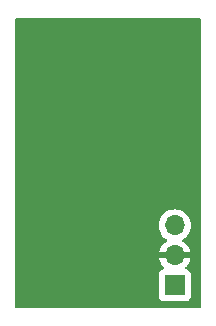
<source format=gbr>
%TF.GenerationSoftware,KiCad,Pcbnew,8.0.4*%
%TF.CreationDate,2024-12-02T13:52:29-05:00*%
%TF.ProjectId,13vconvertertest,31337663-6f6e-4766-9572-746572746573,rev?*%
%TF.SameCoordinates,Original*%
%TF.FileFunction,Copper,L2,Bot*%
%TF.FilePolarity,Positive*%
%FSLAX46Y46*%
G04 Gerber Fmt 4.6, Leading zero omitted, Abs format (unit mm)*
G04 Created by KiCad (PCBNEW 8.0.4) date 2024-12-02 13:52:29*
%MOMM*%
%LPD*%
G01*
G04 APERTURE LIST*
%TA.AperFunction,ComponentPad*%
%ADD10R,1.700000X1.700000*%
%TD*%
%TA.AperFunction,ComponentPad*%
%ADD11O,1.700000X1.700000*%
%TD*%
G04 APERTURE END LIST*
D10*
%TO.P,J1,1,Pin_1*%
%TO.N,+13V*%
X96620000Y-47005000D03*
D11*
%TO.P,J1,2,Pin_2*%
%TO.N,GND*%
X96620000Y-44465000D03*
%TO.P,J1,3,Pin_3*%
%TO.N,+3.3V*%
X96620000Y-41925000D03*
%TD*%
%TA.AperFunction,Conductor*%
%TO.N,GND*%
G36*
X98792539Y-24380185D02*
G01*
X98838294Y-24432989D01*
X98849500Y-24484500D01*
X98849500Y-48815500D01*
X98829815Y-48882539D01*
X98777011Y-48928294D01*
X98725500Y-48939500D01*
X83234500Y-48939500D01*
X83167461Y-48919815D01*
X83121706Y-48867011D01*
X83110500Y-48815500D01*
X83110500Y-41924999D01*
X95264341Y-41924999D01*
X95264341Y-41925000D01*
X95284936Y-42160403D01*
X95284938Y-42160413D01*
X95346094Y-42388655D01*
X95346096Y-42388659D01*
X95346097Y-42388663D01*
X95445965Y-42602830D01*
X95445967Y-42602834D01*
X95581501Y-42796395D01*
X95581506Y-42796402D01*
X95748597Y-42963493D01*
X95748603Y-42963498D01*
X95934594Y-43093730D01*
X95978219Y-43148307D01*
X95985413Y-43217805D01*
X95953890Y-43280160D01*
X95934595Y-43296880D01*
X95748922Y-43426890D01*
X95748920Y-43426891D01*
X95581891Y-43593920D01*
X95581886Y-43593926D01*
X95446400Y-43787420D01*
X95446399Y-43787422D01*
X95346570Y-44001507D01*
X95346567Y-44001513D01*
X95289364Y-44214999D01*
X95289364Y-44215000D01*
X96186988Y-44215000D01*
X96154075Y-44272007D01*
X96120000Y-44399174D01*
X96120000Y-44530826D01*
X96154075Y-44657993D01*
X96186988Y-44715000D01*
X95289364Y-44715000D01*
X95346567Y-44928486D01*
X95346570Y-44928492D01*
X95446399Y-45142578D01*
X95581894Y-45336082D01*
X95703946Y-45458134D01*
X95737431Y-45519457D01*
X95732447Y-45589149D01*
X95690575Y-45645082D01*
X95659598Y-45661997D01*
X95527671Y-45711202D01*
X95527664Y-45711206D01*
X95412455Y-45797452D01*
X95412452Y-45797455D01*
X95326206Y-45912664D01*
X95326202Y-45912671D01*
X95275908Y-46047517D01*
X95269501Y-46107116D01*
X95269501Y-46107123D01*
X95269500Y-46107135D01*
X95269500Y-47902870D01*
X95269501Y-47902876D01*
X95275908Y-47962483D01*
X95326202Y-48097328D01*
X95326206Y-48097335D01*
X95412452Y-48212544D01*
X95412455Y-48212547D01*
X95527664Y-48298793D01*
X95527671Y-48298797D01*
X95662517Y-48349091D01*
X95662516Y-48349091D01*
X95669444Y-48349835D01*
X95722127Y-48355500D01*
X97517872Y-48355499D01*
X97577483Y-48349091D01*
X97712331Y-48298796D01*
X97827546Y-48212546D01*
X97913796Y-48097331D01*
X97964091Y-47962483D01*
X97970500Y-47902873D01*
X97970499Y-46107128D01*
X97964091Y-46047517D01*
X97913796Y-45912669D01*
X97913795Y-45912668D01*
X97913793Y-45912664D01*
X97827547Y-45797455D01*
X97827544Y-45797452D01*
X97712335Y-45711206D01*
X97712328Y-45711202D01*
X97580401Y-45661997D01*
X97524467Y-45620126D01*
X97500050Y-45554662D01*
X97514902Y-45486389D01*
X97536053Y-45458133D01*
X97658108Y-45336078D01*
X97793600Y-45142578D01*
X97893429Y-44928492D01*
X97893432Y-44928486D01*
X97950636Y-44715000D01*
X97053012Y-44715000D01*
X97085925Y-44657993D01*
X97120000Y-44530826D01*
X97120000Y-44399174D01*
X97085925Y-44272007D01*
X97053012Y-44215000D01*
X97950636Y-44215000D01*
X97950635Y-44214999D01*
X97893432Y-44001513D01*
X97893429Y-44001507D01*
X97793600Y-43787422D01*
X97793599Y-43787420D01*
X97658113Y-43593926D01*
X97658108Y-43593920D01*
X97491078Y-43426890D01*
X97305405Y-43296879D01*
X97261780Y-43242302D01*
X97254588Y-43172804D01*
X97286110Y-43110449D01*
X97305406Y-43093730D01*
X97491401Y-42963495D01*
X97658495Y-42796401D01*
X97794035Y-42602830D01*
X97893903Y-42388663D01*
X97955063Y-42160408D01*
X97975659Y-41925000D01*
X97955063Y-41689592D01*
X97893903Y-41461337D01*
X97794035Y-41247171D01*
X97658495Y-41053599D01*
X97658494Y-41053597D01*
X97491402Y-40886506D01*
X97491395Y-40886501D01*
X97297834Y-40750967D01*
X97297830Y-40750965D01*
X97297828Y-40750964D01*
X97083663Y-40651097D01*
X97083659Y-40651096D01*
X97083655Y-40651094D01*
X96855413Y-40589938D01*
X96855403Y-40589936D01*
X96620001Y-40569341D01*
X96619999Y-40569341D01*
X96384596Y-40589936D01*
X96384586Y-40589938D01*
X96156344Y-40651094D01*
X96156335Y-40651098D01*
X95942171Y-40750964D01*
X95942169Y-40750965D01*
X95748597Y-40886505D01*
X95581505Y-41053597D01*
X95445965Y-41247169D01*
X95445964Y-41247171D01*
X95346098Y-41461335D01*
X95346094Y-41461344D01*
X95284938Y-41689586D01*
X95284936Y-41689596D01*
X95264341Y-41924999D01*
X83110500Y-41924999D01*
X83110500Y-24484500D01*
X83130185Y-24417461D01*
X83182989Y-24371706D01*
X83234500Y-24360500D01*
X98725500Y-24360500D01*
X98792539Y-24380185D01*
G37*
%TD.AperFunction*%
%TD*%
M02*

</source>
